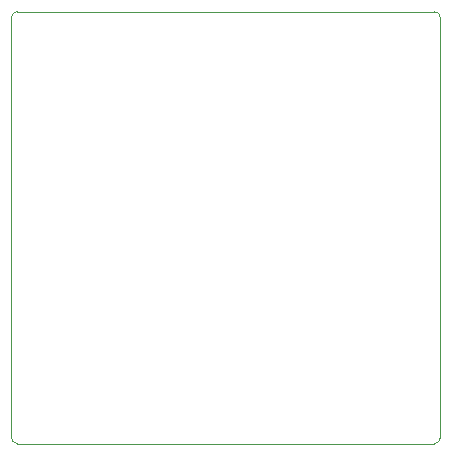
<source format=gbr>
%TF.GenerationSoftware,KiCad,Pcbnew,(6.0.7)*%
%TF.CreationDate,2022-09-27T17:11:20+08:00*%
%TF.ProjectId,51,35312e6b-6963-4616-945f-706362585858,rev?*%
%TF.SameCoordinates,Original*%
%TF.FileFunction,Profile,NP*%
%FSLAX46Y46*%
G04 Gerber Fmt 4.6, Leading zero omitted, Abs format (unit mm)*
G04 Created by KiCad (PCBNEW (6.0.7)) date 2022-09-27 17:11:20*
%MOMM*%
%LPD*%
G01*
G04 APERTURE LIST*
%TA.AperFunction,Profile*%
%ADD10C,0.100000*%
%TD*%
G04 APERTURE END LIST*
D10*
X114554000Y-30734000D02*
G75*
G03*
X114046000Y-30226000I-508000J0D01*
G01*
X114046000Y-66802000D02*
G75*
G03*
X114554000Y-66294000I0J508000D01*
G01*
X78740000Y-30226000D02*
X114046000Y-30226000D01*
X78232000Y-66294000D02*
X78232000Y-30734000D01*
X114554000Y-30734000D02*
X114554000Y-66294000D01*
X78232000Y-66294000D02*
G75*
G03*
X78740000Y-66802000I508000J0D01*
G01*
X78740000Y-30226000D02*
G75*
G03*
X78232000Y-30734000I0J-508000D01*
G01*
X114046000Y-66802000D02*
X78740000Y-66802000D01*
M02*

</source>
